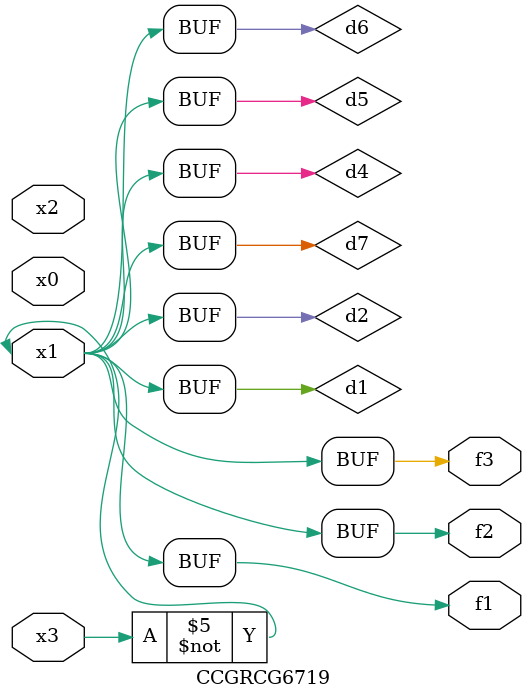
<source format=v>
module CCGRCG6719(
	input x0, x1, x2, x3,
	output f1, f2, f3
);

	wire d1, d2, d3, d4, d5, d6, d7;

	not (d1, x3);
	buf (d2, x1);
	xnor (d3, d1, d2);
	nor (d4, d1);
	buf (d5, d1, d2);
	buf (d6, d4, d5);
	nand (d7, d4);
	assign f1 = d6;
	assign f2 = d7;
	assign f3 = d6;
endmodule

</source>
